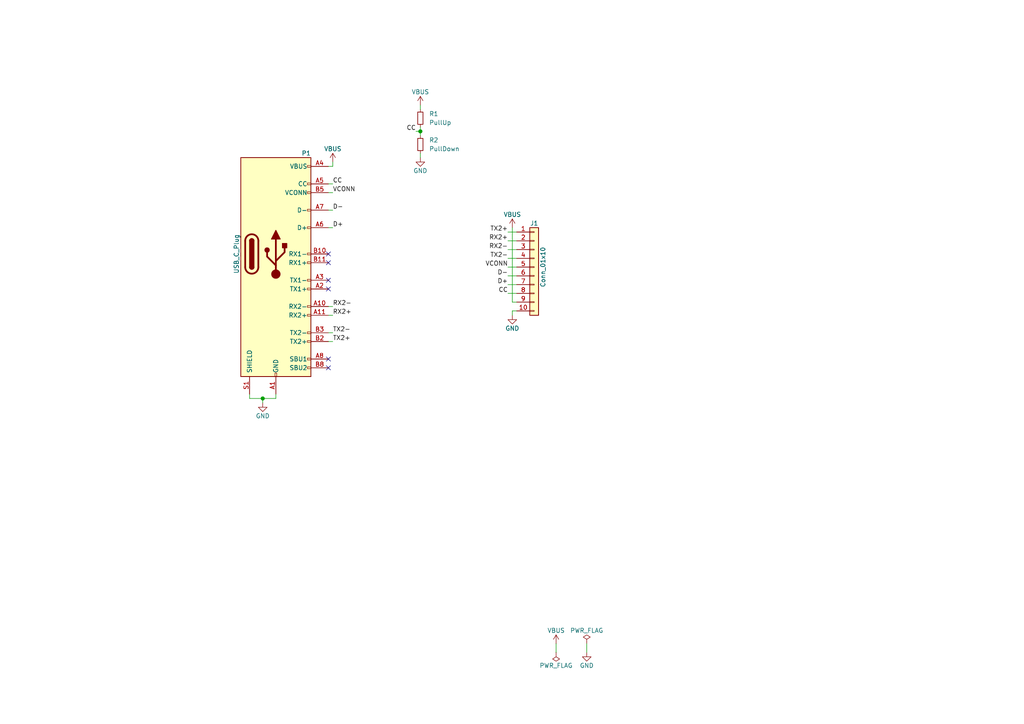
<source format=kicad_sch>
(kicad_sch (version 20200827) (generator eeschema)
  (page 1 1)
  (paper "A4")
  (lib_symbols
    (symbol "Connector:USB_C_Plug" (pin_names (offset 1.016))
      (property "Reference" "P" (at -10.16 29.21 0))
      (property "Value" "USB_C_Plug" (at 10.16 29.21 0))
      (symbol "USB_C_Plug_0_1"
        (arc (start -7.62 -3.81) (end -6.35 -3.81) (radius (at -6.985 -3.81) (length 0.635) (angles -179.9 -0.1)) (stroke (width 0.254)) (fill (type outline)))
        (arc (start -8.89 -3.81) (end -5.08 -3.81) (radius (at -6.985 -3.81) (length 1.905) (angles -179.9 -0.1)) (stroke (width 0.508)))
        (arc (start -7.62 -3.81) (end -6.35 -3.81) (radius (at -6.985 -3.81) (length 0.635) (angles -179.9 -0.1)) (stroke (width 0.254)))
        (arc (start -5.08 3.81) (end -8.89 3.81) (radius (at -6.985 3.81) (length 1.905) (angles 0.1 179.9)) (stroke (width 0.508)))
        (arc (start -6.35 3.81) (end -7.62 3.81) (radius (at -6.985 3.81) (length 0.635) (angles 0.1 179.9)) (stroke (width 0.254)) (fill (type outline)))
        (arc (start -6.35 3.81) (end -7.62 3.81) (radius (at -6.985 3.81) (length 0.635) (angles 0.1 179.9)) (stroke (width 0.254)))
        (rectangle (start -10.16 27.94) (end 10.16 -35.56) (stroke (width 0.254)) (fill (type background)))
        (rectangle (start -7.62 -3.81) (end -6.35 3.81) (stroke (width 0.254)) (fill (type outline)))
        (polyline (pts (xy -8.89 -3.81) (xy -8.89 3.81)) (stroke (width 0.508)))
        (polyline (pts (xy -5.08 3.81) (xy -5.08 -3.81)) (stroke (width 0.508)))
      )
      (symbol "USB_C_Plug_1_1"
        (circle (center -2.54 1.143) (radius 0.635) (stroke (width 0.254)) (fill (type outline)))
        (circle (center 0 -5.842) (radius 1.27) (fill (type outline)))
        (rectangle (start 1.905 1.778) (end 3.175 3.048) (stroke (width 0.254)) (fill (type outline)))
        (polyline (pts (xy 0 -5.842) (xy 0 4.318)) (stroke (width 0.508)))
        (polyline (pts (xy 0 -3.302) (xy -2.54 -0.762) (xy -2.54 0.508)) (stroke (width 0.508)))
        (polyline (pts (xy 0 -2.032) (xy 2.54 0.508) (xy 2.54 1.778)) (stroke (width 0.508)))
        (polyline (pts (xy -1.27 4.318) (xy 0 6.858) (xy 1.27 4.318) (xy -1.27 4.318)) (stroke (width 0.254)) (fill (type outline)))
        (pin power_in line (at 0 -40.64 90) (length 5.08) (name "GND") (number "A1"))
        (pin bidirectional line (at 15.24 -15.24 180) (length 5.08) (name "RX2-") (number "A10"))
        (pin bidirectional line (at 15.24 -17.78 180) (length 5.08) (name "RX2+") (number "A11"))
        (pin passive line (at 0 -40.64 90) (length 5.08) hide (name "GND") (number "A12"))
        (pin bidirectional line (at 15.24 -10.16 180) (length 5.08) (name "TX1+") (number "A2"))
        (pin bidirectional line (at 15.24 -7.62 180) (length 5.08) (name "TX1-") (number "A3"))
        (pin power_in line (at 15.24 25.4 180) (length 5.08) (name "VBUS") (number "A4"))
        (pin bidirectional line (at 15.24 20.32 180) (length 5.08) (name "CC") (number "A5"))
        (pin bidirectional line (at 15.24 7.62 180) (length 5.08) (name "D+") (number "A6"))
        (pin bidirectional line (at 15.24 12.7 180) (length 5.08) (name "D-") (number "A7"))
        (pin bidirectional line (at 15.24 -30.48 180) (length 5.08) (name "SBU1") (number "A8"))
        (pin passive line (at 15.24 25.4 180) (length 5.08) hide (name "VBUS") (number "A9"))
        (pin passive line (at 0 -40.64 90) (length 5.08) hide (name "GND") (number "B1"))
        (pin bidirectional line (at 15.24 0 180) (length 5.08) (name "RX1-") (number "B10"))
        (pin bidirectional line (at 15.24 -2.54 180) (length 5.08) (name "RX1+") (number "B11"))
        (pin passive line (at 0 -40.64 90) (length 5.08) hide (name "GND") (number "B12"))
        (pin bidirectional line (at 15.24 -25.4 180) (length 5.08) (name "TX2+") (number "B2"))
        (pin bidirectional line (at 15.24 -22.86 180) (length 5.08) (name "TX2-") (number "B3"))
        (pin passive line (at 15.24 25.4 180) (length 5.08) hide (name "VBUS") (number "B4"))
        (pin bidirectional line (at 15.24 17.78 180) (length 5.08) (name "VCONN") (number "B5"))
        (pin bidirectional line (at 15.24 -33.02 180) (length 5.08) (name "SBU2") (number "B8"))
        (pin passive line (at 15.24 25.4 180) (length 5.08) hide (name "VBUS") (number "B9"))
        (pin passive line (at -7.62 -40.64 90) (length 5.08) (name "SHIELD") (number "S1"))
      )
      (symbol "USB_C_Plug_0_0"
        (rectangle (start -0.254 -35.56) (end 0.254 -34.544))
        (rectangle (start 10.16 -32.766) (end 9.144 -33.274))
        (rectangle (start 10.16 -30.226) (end 9.144 -30.734))
        (rectangle (start 10.16 -25.146) (end 9.144 -25.654))
        (rectangle (start 10.16 -22.606) (end 9.144 -23.114))
        (rectangle (start 10.16 -17.526) (end 9.144 -18.034))
        (rectangle (start 10.16 -14.986) (end 9.144 -15.494))
        (rectangle (start 10.16 -9.906) (end 9.144 -10.414))
        (rectangle (start 10.16 -7.366) (end 9.144 -7.874))
        (rectangle (start 10.16 -2.286) (end 9.144 -2.794))
        (rectangle (start 10.16 0.254) (end 9.144 -0.254))
        (rectangle (start 10.16 7.874) (end 9.144 7.366))
        (rectangle (start 10.16 12.954) (end 9.144 12.446))
        (rectangle (start 10.16 18.034) (end 9.144 17.526))
        (rectangle (start 10.16 20.574) (end 9.144 20.066))
        (rectangle (start 10.16 25.654) (end 9.144 25.146))
      )
    )
    (symbol "Connector_Generic:Conn_01x10" (pin_names (offset 1.016) hide)
      (property "Reference" "J" (at 0 12.7 0))
      (property "Value" "Conn_01x10" (at 0 -15.24 0))
      (symbol "Conn_01x10_1_1"
        (rectangle (start -1.27 -4.953) (end 0 -5.207) (stroke (width 0.1524)))
        (rectangle (start -1.27 -7.493) (end 0 -7.747) (stroke (width 0.1524)))
        (rectangle (start -1.27 -10.033) (end 0 -10.287) (stroke (width 0.1524)))
        (rectangle (start -1.27 -12.573) (end 0 -12.827) (stroke (width 0.1524)))
        (rectangle (start -1.27 -2.413) (end 0 -2.667) (stroke (width 0.1524)))
        (rectangle (start -1.27 2.667) (end 0 2.413) (stroke (width 0.1524)))
        (rectangle (start -1.27 5.207) (end 0 4.953) (stroke (width 0.1524)))
        (rectangle (start -1.27 7.747) (end 0 7.493) (stroke (width 0.1524)))
        (rectangle (start -1.27 10.287) (end 0 10.033) (stroke (width 0.1524)))
        (rectangle (start -1.27 11.43) (end 1.27 -13.97) (stroke (width 0.254)) (fill (type background)))
        (rectangle (start -1.27 0.127) (end 0 -0.127) (stroke (width 0.1524)))
        (pin passive line (at -5.08 10.16 0) (length 3.81) (name "Pin_1") (number "1"))
        (pin passive line (at -5.08 -12.7 0) (length 3.81) (name "Pin_10") (number "10"))
        (pin passive line (at -5.08 7.62 0) (length 3.81) (name "Pin_2") (number "2"))
        (pin passive line (at -5.08 5.08 0) (length 3.81) (name "Pin_3") (number "3"))
        (pin passive line (at -5.08 2.54 0) (length 3.81) (name "Pin_4") (number "4"))
        (pin passive line (at -5.08 0 0) (length 3.81) (name "Pin_5") (number "5"))
        (pin passive line (at -5.08 -2.54 0) (length 3.81) (name "Pin_6") (number "6"))
        (pin passive line (at -5.08 -5.08 0) (length 3.81) (name "Pin_7") (number "7"))
        (pin passive line (at -5.08 -7.62 0) (length 3.81) (name "Pin_8") (number "8"))
        (pin passive line (at -5.08 -10.16 0) (length 3.81) (name "Pin_9") (number "9"))
      )
    )
    (symbol "Device:R_Small" (pin_numbers hide) (pin_names (offset 0.254) hide)
      (property "Reference" "R" (at 0.762 0.508 0))
      (property "Value" "R_Small" (at 0.762 -1.016 0))
      (symbol "R_Small_0_1"
        (rectangle (start -0.762 1.778) (end 0.762 -1.778) (stroke (width 0.2032)))
      )
      (symbol "R_Small_1_1"
        (pin passive line (at 0 2.54 270) (length 0.762) (name "~") (number "1"))
        (pin passive line (at 0 -2.54 90) (length 0.762) (name "~") (number "2"))
      )
    )
    (symbol "power:GND" (power) (pin_names (offset 0))
      (property "Value" "GND" (at 0 -3.81 0))
      (symbol "GND_0_1"
        (polyline (pts (xy 0 0) (xy 0 -1.27) (xy 1.27 -1.27) (xy 0 -2.54) (xy -1.27 -1.27) (xy 0 -1.27)))
      )
      (symbol "GND_1_1"
        (pin power_in line (at 0 0 270) (length 0) hide (name "GND") (number "1"))
      )
    )
    (symbol "power:PWR_FLAG" (power) (pin_numbers hide) (pin_names (offset 0) hide)
      (property "Value" "PWR_FLAG" (at 0 3.81 0))
      (symbol "PWR_FLAG_0_1"
        (polyline (pts (xy 0 0) (xy 0 1.27) (xy -1.016 1.905) (xy 0 2.54) (xy 1.016 1.905) (xy 0 1.27)))
      )
      (symbol "PWR_FLAG_0_0"
        (pin power_out line (at 0 0 90) (length 0) (name "pwr") (number "1"))
      )
    )
    (symbol "power:VBUS" (power) (pin_names (offset 0))
      (property "Value" "VBUS" (at 0 3.81 0))
      (symbol "VBUS_0_1"
        (polyline (pts (xy -0.762 1.27) (xy 0 2.54)))
        (polyline (pts (xy 0 0) (xy 0 2.54)))
        (polyline (pts (xy 0 2.54) (xy 0.762 1.27)))
      )
      (symbol "VBUS_1_1"
        (pin power_in line (at 0 0 90) (length 0) hide (name "VBUS") (number "1"))
      )
    )
  )
  (junction (at 76.2 115.57) (diameter 1.016))
  (junction (at 121.92 38.1) (diameter 1.016))
  (no_connect (at 95.25 81.28))
  (no_connect (at 95.25 104.14))
  (no_connect (at 95.25 73.66))
  (no_connect (at 95.25 106.68))
  (no_connect (at 95.25 83.82))
  (no_connect (at 95.25 76.2))
  (wire (pts (xy 72.39 115.57) (xy 72.39 114.3)))
  (wire (pts (xy 72.39 115.57) (xy 76.2 115.57)))
  (wire (pts (xy 76.2 115.57) (xy 76.2 116.84)))
  (wire (pts (xy 76.2 115.57) (xy 80.01 115.57)))
  (wire (pts (xy 80.01 114.3) (xy 80.01 115.57)))
  (wire (pts (xy 95.25 48.26) (xy 96.52 48.26)))
  (wire (pts (xy 95.25 53.34) (xy 96.52 53.34)))
  (wire (pts (xy 95.25 55.88) (xy 96.52 55.88)))
  (wire (pts (xy 95.25 60.96) (xy 96.52 60.96)))
  (wire (pts (xy 95.25 66.04) (xy 96.52 66.04)))
  (wire (pts (xy 95.25 88.9) (xy 96.52 88.9)))
  (wire (pts (xy 95.25 91.44) (xy 96.52 91.44)))
  (wire (pts (xy 95.25 96.52) (xy 96.52 96.52)))
  (wire (pts (xy 95.25 99.06) (xy 96.52 99.06)))
  (wire (pts (xy 96.52 48.26) (xy 96.52 46.99)))
  (wire (pts (xy 120.65 38.1) (xy 121.92 38.1)))
  (wire (pts (xy 121.92 30.48) (xy 121.92 31.75)))
  (wire (pts (xy 121.92 36.83) (xy 121.92 38.1)))
  (wire (pts (xy 121.92 38.1) (xy 121.92 39.37)))
  (wire (pts (xy 121.92 44.45) (xy 121.92 45.72)))
  (wire (pts (xy 147.32 67.31) (xy 149.86 67.31)))
  (wire (pts (xy 147.32 69.85) (xy 149.86 69.85)))
  (wire (pts (xy 147.32 72.39) (xy 149.86 72.39)))
  (wire (pts (xy 147.32 74.93) (xy 149.86 74.93)))
  (wire (pts (xy 147.32 77.47) (xy 149.86 77.47)))
  (wire (pts (xy 147.32 80.01) (xy 149.86 80.01)))
  (wire (pts (xy 147.32 82.55) (xy 149.86 82.55)))
  (wire (pts (xy 147.32 85.09) (xy 149.86 85.09)))
  (wire (pts (xy 148.59 87.63) (xy 148.59 66.04)))
  (wire (pts (xy 148.59 87.63) (xy 149.86 87.63)))
  (wire (pts (xy 148.59 90.17) (xy 148.59 91.44)))
  (wire (pts (xy 148.59 90.17) (xy 149.86 90.17)))
  (wire (pts (xy 161.29 186.69) (xy 161.29 189.23)))
  (wire (pts (xy 170.18 186.69) (xy 170.18 189.23)))
  (label "CC" (at 96.52 53.34 0))
  (label "VCONN" (at 96.52 55.88 0))
  (label "D-" (at 96.52 60.96 0))
  (label "D+" (at 96.52 66.04 0))
  (label "RX2-" (at 96.52 88.9 0))
  (label "RX2+" (at 96.52 91.44 0))
  (label "TX2-" (at 96.52 96.52 0))
  (label "TX2+" (at 96.52 99.06 0))
  (label "CC" (at 120.65 38.1 180))
  (label "TX2+" (at 147.32 67.31 180))
  (label "RX2+" (at 147.32 69.85 180))
  (label "RX2-" (at 147.32 72.39 180))
  (label "TX2-" (at 147.32 74.93 180))
  (label "VCONN" (at 147.32 77.47 180))
  (label "D-" (at 147.32 80.01 180))
  (label "D+" (at 147.32 82.55 180))
  (label "CC" (at 147.32 85.09 180))
  (symbol (lib_id "power:PWR_FLAG") (at 161.29 189.23 180) (unit 1)
    (property "Reference" "#FLG0102" (effects hide))
    (property "Value" "PWR_FLAG" (at 161.29 193.04 0))
  )
  (symbol (lib_id "power:PWR_FLAG") (at 170.18 186.69 0) (unit 1)
    (property "Reference" "#FLG0101" (effects hide))
    (property "Value" "PWR_FLAG" (at 170.18 182.88 0))
  )
  (symbol (lib_id "power:VBUS") (at 96.52 46.99 0) (unit 1)
    (property "Reference" "#PWR0101" (effects hide))
    (property "Value" "VBUS" (at 96.52 43.18 0))
  )
  (symbol (lib_id "power:VBUS") (at 121.92 30.48 0) (unit 1)
    (property "Reference" "#PWR0104" (effects hide))
    (property "Value" "VBUS" (at 121.92 26.67 0))
  )
  (symbol (lib_id "power:VBUS") (at 148.59 66.04 0) (unit 1)
    (property "Reference" "#PWR0105" (effects hide))
    (property "Value" "VBUS" (at 148.59 62.23 0))
  )
  (symbol (lib_id "power:VBUS") (at 161.29 186.69 0) (unit 1)
    (property "Reference" "#PWR0108" (effects hide))
    (property "Value" "VBUS" (at 161.29 182.88 0))
  )
  (symbol (lib_id "power:GND") (at 76.2 116.84 0) (unit 1)
    (property "Reference" "#PWR0102" (effects hide))
    (property "Value" "GND" (at 76.2 120.65 0))
  )
  (symbol (lib_id "power:GND") (at 121.92 45.72 0) (unit 1)
    (property "Reference" "#PWR0106" (effects hide))
    (property "Value" "GND" (at 121.92 49.53 0))
  )
  (symbol (lib_id "power:GND") (at 148.59 91.44 0) (unit 1)
    (property "Reference" "#PWR0103" (effects hide))
    (property "Value" "GND" (at 148.59 95.25 0))
  )
  (symbol (lib_id "power:GND") (at 170.18 189.23 0) (unit 1)
    (property "Reference" "#PWR0107" (effects hide))
    (property "Value" "GND" (at 170.18 193.04 0))
  )
  (symbol (lib_id "Device:R_Small") (at 121.92 34.29 0) (unit 1)
    (property "Reference" "R1" (at 124.46 33.02 0) (effects (justify left)))
    (property "Value" "PullUp" (at 124.46 35.56 0) (effects (justify left)))
    (property "Footprint" "Resistor_SMD:R_0603_1608Metric" (effects hide))
  )
  (symbol (lib_id "Device:R_Small") (at 121.92 41.91 0) (unit 1)
    (property "Reference" "R2" (at 124.46 40.64 0) (effects (justify left)))
    (property "Value" "PullDown" (at 124.46 43.18 0) (effects (justify left)))
    (property "Footprint" "Resistor_SMD:R_0603_1608Metric" (effects hide))
  )
  (symbol (lib_id "Connector_Generic:Conn_01x10") (at 154.94 77.47 0) (unit 1)
    (property "Reference" "J1" (at 154.94 64.77 0))
    (property "Value" "Conn_01x10" (at 157.48 77.47 90))
    (property "Footprint" "Connector_PinHeader_2.54mm:PinHeader_1x10_P2.54mm_Vertical" (effects hide))
  )
  (symbol (lib_id "Connector:USB_C_Plug") (at 80.01 73.66 0) (unit 1)
    (property "Reference" "P1" (at 90.17 44.45 0) (effects (justify right)))
    (property "Value" "USB_C_Plug" (at 68.58 73.66 90))
    (property "Footprint" "Connector_USB_Extra:USB_C_Plug_UTC009-C12" (effects hide))
    (property "Datasheet" "https://www.usb.org/sites/default/files/documents/usb_type-c.zip" (effects hide))
  )
)
</source>
